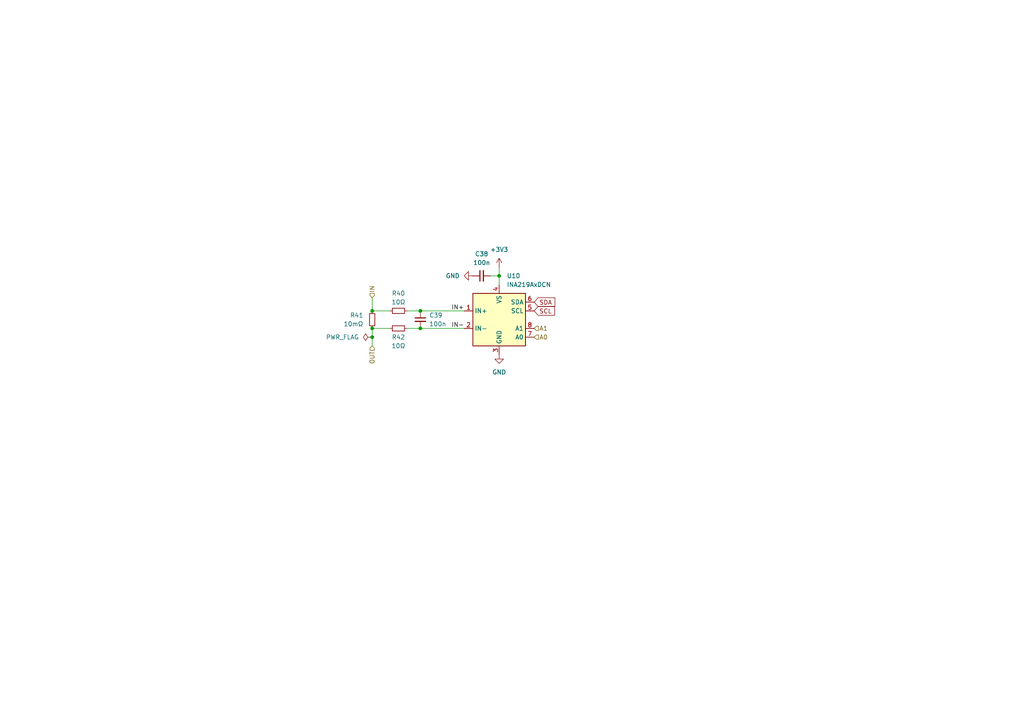
<source format=kicad_sch>
(kicad_sch (version 20231120) (generator "eeschema") (generator_version "8.0")
  (paper "A4")
  (lib_symbols
    (symbol "Device:C_Small" (pin_numbers hide) (pin_names (offset 0.254) hide)
      (property "Reference" "C" (at 0.254 1.778 0))
      (property "Value" "C_Small" (at 0.254 -2.032 0))
      (symbol "C_Small_0_1"
        (polyline (pts (xy -1.524 -0.508) (xy 1.524 -0.508)) (stroke (width 0.3302)))
        (polyline (pts (xy -1.524 0.508) (xy 1.524 0.508)) (stroke (width 0.3048)))
      )
      (symbol "C_Small_1_1"
        (pin passive line (at 0 2.54 270) (length 2.032) (name "~") (number "1"))
        (pin passive line (at 0 -2.54 90) (length 2.032) (name "~") (number "2"))
      )
    )
    (symbol "Device:R_Small" (pin_numbers hide) (pin_names (offset 0.254) hide)
      (property "Reference" "R" (at 0.762 0.508 0))
      (property "Value" "R_Small" (at 0.762 -1.016 0))
      (symbol "R_Small_0_1"
        (rectangle (start -0.762 1.778) (end 0.762 -1.778) (stroke (width 0.2032)))
      )
      (symbol "R_Small_1_1"
        (pin passive line (at 0 2.54 270) (length 0.762) (name "~") (number "1"))
        (pin passive line (at 0 -2.54 90) (length 0.762) (name "~") (number "2"))
      )
    )
    (symbol "Sensor_Energy:INA219AxDCN"
      (property "Reference" "U" (at -6.35 8.89 0))
      (property "Value" "INA219AxDCN" (at 6.35 8.89 0))
      (symbol "INA219AxDCN_0_1"
        (rectangle (start -7.62 7.62) (end 7.62 -7.62) (stroke (width 0.254)) (fill (type background)))
      )
      (symbol "INA219AxDCN_1_1"
        (pin input line (at -10.16 2.54 0) (length 2.54) (name "IN+") (number "1"))
        (pin input line (at -10.16 -2.54 0) (length 2.54) (name "IN-") (number "2"))
        (pin power_in line (at 0 -10.16 90) (length 2.54) (name "GND") (number "3"))
        (pin power_in line (at 0 10.16 270) (length 2.54) (name "VS") (number "4"))
        (pin input line (at 10.16 2.54 180) (length 2.54) (name "SCL") (number "5"))
        (pin bidirectional line (at 10.16 5.08 180) (length 2.54) (name "SDA") (number "6"))
        (pin input line (at 10.16 -5.08 180) (length 2.54) (name "A0") (number "7"))
        (pin input line (at 10.16 -2.54 180) (length 2.54) (name "A1") (number "8"))
      )
    )
    (symbol "power:+3V3" (power) (pin_numbers hide) (pin_names (offset 0) hide)
      (property "Value" "+3V3" (at 0 3.556 0))
      (symbol "+3V3_0_1"
        (polyline (pts (xy -0.762 1.27) (xy 0 2.54)))
        (polyline (pts (xy 0 0) (xy 0 2.54)))
        (polyline (pts (xy 0 2.54) (xy 0.762 1.27)))
      )
      (symbol "+3V3_1_1"
        (pin power_in line (at 0 0 90) (length 0) (name "~") (number "1"))
      )
    )
    (symbol "power:GND" (power) (pin_numbers hide) (pin_names (offset 0) hide)
      (property "Value" "GND" (at 0 -3.81 0))
      (symbol "GND_0_1"
        (polyline (pts (xy 0 0) (xy 0 -1.27) (xy 1.27 -1.27) (xy 0 -2.54) (xy -1.27 -1.27) (xy 0 -1.27)))
      )
      (symbol "GND_1_1"
        (pin power_in line (at 0 0 270) (length 0) (name "~") (number "1"))
      )
    )
    (symbol "power:PWR_FLAG" (power) (pin_numbers hide) (pin_names (offset 0) hide)
      (property "Value" "PWR_FLAG" (at 0 3.81 0))
      (symbol "PWR_FLAG_0_0"
        (pin power_out line (at 0 0 90) (length 0) (name "~") (number "1"))
      )
      (symbol "PWR_FLAG_0_1"
        (polyline (pts (xy 0 0) (xy 0 1.27) (xy -1.016 1.905) (xy 0 2.54) (xy 1.016 1.905) (xy 0 1.27)))
      )
    )
  )
  (junction (at 121.92 90.17))
  (junction (at 121.92 95.25))
  (junction (at 107.95 90.17))
  (junction (at 107.95 95.25))
  (junction (at 107.95 97.79))
  (junction (at 144.78 80.01))
  (wire (pts (xy 107.95 95.25) (xy 113.03 95.25)))
  (wire (pts (xy 121.92 90.17) (xy 134.62 90.17)))
  (wire (pts (xy 107.95 95.25) (xy 107.95 97.79)))
  (wire (pts (xy 144.78 82.55) (xy 144.78 80.01)))
  (wire (pts (xy 118.11 95.25) (xy 121.92 95.25)))
  (wire (pts (xy 144.78 80.01) (xy 142.24 80.01)))
  (wire (pts (xy 144.78 77.47) (xy 144.78 80.01)))
  (wire (pts (xy 107.95 90.17) (xy 113.03 90.17)))
  (wire (pts (xy 118.11 90.17) (xy 121.92 90.17)))
  (wire (pts (xy 121.92 95.25) (xy 134.62 95.25)))
  (wire (pts (xy 107.95 97.79) (xy 107.95 100.33)))
  (wire (pts (xy 107.95 86.36) (xy 107.95 90.17)))
  (label "IN+" (at 134.62 90.17 180))
  (label "IN-" (at 134.62 95.25 180))
  (global_label "SCL" (shape input) (at 154.94 90.17 0) (property "Intersheetrefs" "${INTERSHEET_REFS}" (effects (hide yes))))
  (global_label "SDA" (shape input) (at 154.94 87.63 0) (property "Intersheetrefs" "${INTERSHEET_REFS}" (effects (hide yes))))
  (hierarchical_label "A1" (shape input) (at 154.94 95.25 0))
  (hierarchical_label "IN" (shape input) (at 107.95 86.36 90))
  (hierarchical_label "A0" (shape input) (at 154.94 97.79 0))
  (hierarchical_label "OUT" (shape input) (at 107.95 100.33 270))
  (symbol (lib_id "power:GND") (at 144.78 102.87 0) (unit 1)
    (property "Reference" "#PWR044" (effects (hide yes)))
    (property "Value" "GND" (at 144.78 107.95 0))
    (property "Description" "Power symbol creates a global label with name \"GND\" , ground" (effects (hide yes)))
    (instances (project "BratwurstPower" (path "" (reference "#PWR044") (unit 1)) (path "" (reference "#PWR035") (unit 1)) (path "" (reference "#PWR029") (unit 1)) (path "" (reference "#PWR038") (unit 1)) (path "" (reference "#PWR032") (unit 1))))
  )
  (symbol (lib_id "power:PWR_FLAG") (at 107.95 97.79 90) (unit 1)
    (property "Reference" "#FLG0104" (effects (hide yes)))
    (property "Value" "PWR_FLAG" (at 104.14 97.7899 90) (effects (justify left)))
    (property "Description" "Special symbol for telling ERC where power comes from" (effects (hide yes)))
    (instances (project "BratwurstPower" (path "" (reference "#FLG0104") (unit 1)) (path "" (reference "#FLG0102") (unit 1)) (path "" (reference "#FLG08") (unit 1)) (path "" (reference "#FLG0103") (unit 1)) (path "" (reference "#FLG0101") (unit 1))))
  )
  (symbol (lib_id "power:+3V3") (at 144.78 77.47 0) (unit 1)
    (property "Reference" "#PWR042" (effects (hide yes)))
    (property "Value" "+3V3" (at 144.78 72.39 0))
    (property "Description" "Power symbol creates a global label with name \"+3V3\"" (effects (hide yes)))
    (instances (project "BratwurstPower" (path "" (reference "#PWR042") (unit 1)) (path "" (reference "#PWR033") (unit 1)) (path "" (reference "#PWR027") (unit 1)) (path "" (reference "#PWR036") (unit 1)) (path "" (reference "#PWR030") (unit 1))))
  )
  (symbol (lib_id "Device:R_Small") (at 115.57 90.17 90) (unit 1)
    (property "Reference" "R40" (at 115.57 85.09 90))
    (property "Value" "10Ω" (at 115.57 87.63 90))
    (property "Footprint" "Resistor_SMD:R_0402_1005Metric" (effects (hide yes)))
    (property "Description" "Resistor, small symbol" (effects (hide yes)))
    (property "LCSC" "C25077" (effects (hide yes)))
    (instances (project "BratwurstPower" (path "" (reference "R40") (unit 1)) (path "" (reference "R33") (unit 1)) (path "" (reference "R27") (unit 1)) (path "" (reference "R36") (unit 1)) (path "" (reference "R30") (unit 1))))
  )
  (symbol (lib_id "power:GND") (at 137.16 80.01 270) (unit 1)
    (property "Reference" "#PWR043" (effects (hide yes)))
    (property "Value" "GND" (at 133.35 80.0099 90) (effects (justify right)))
    (property "Description" "Power symbol creates a global label with name \"GND\" , ground" (effects (hide yes)))
    (instances (project "BratwurstPower" (path "" (reference "#PWR043") (unit 1)) (path "" (reference "#PWR034") (unit 1)) (path "" (reference "#PWR028") (unit 1)) (path "" (reference "#PWR037") (unit 1)) (path "" (reference "#PWR031") (unit 1))))
  )
  (symbol (lib_id "Sensor_Energy:INA219AxDCN") (at 144.78 92.71 0) (unit 1)
    (property "Reference" "U10" (at 146.9741 80.01 0) (effects (justify left)))
    (property "Value" "INA219AxDCN" (at 146.9741 82.55 0) (effects (justify left)))
    (property "Footprint" "Package_TO_SOT_SMD:SOT-23-8" (effects (hide yes)))
    (property "Datasheet" "http://www.ti.com/lit/ds/symlink/ina219.pdf" (effects (hide yes)))
    (property "Description" "Zero-Drift, Bidirectional Current/Power Monitor (0-26V) With I2C Interface, SOT-23-8" (effects (hide yes)))
    (property "LCSC" "C87469" (effects (hide yes)))
    (instances (project "BratwurstPower" (path "" (reference "U10") (unit 1)) (path "" (reference "U8") (unit 1)) (path "" (reference "U6") (unit 1)) (path "" (reference "U9") (unit 1)) (path "" (reference "U7") (unit 1))))
  )
  (symbol (lib_id "Device:C_Small") (at 121.92 92.71 0) (unit 1)
    (property "Reference" "C39" (at 124.46 91.4462 0) (effects (justify left)))
    (property "Value" "100n" (at 124.46 93.98 0) (effects (justify left)))
    (property "Footprint" "Capacitor_SMD:C_0402_1005Metric" (effects (hide yes)))
    (property "Description" "Unpolarized capacitor, small symbol" (effects (hide yes)))
    (property "LCSC" "C307331" (effects (hide yes)))
    (instances (project "BratwurstPower" (path "" (reference "C39") (unit 1)) (path "" (reference "C35") (unit 1)) (path "" (reference "C31") (unit 1)) (path "" (reference "C37") (unit 1)) (path "" (reference "C33") (unit 1))))
  )
  (symbol (lib_id "Device:C_Small") (at 139.7 80.01 90) (unit 1)
    (property "Reference" "C38" (at 139.7063 73.66 90))
    (property "Value" "100n" (at 139.7063 76.2 90))
    (property "Footprint" "Capacitor_SMD:C_0402_1005Metric" (effects (hide yes)))
    (property "Description" "Unpolarized capacitor, small symbol" (effects (hide yes)))
    (property "LCSC" "C307331" (effects (hide yes)))
    (instances (project "BratwurstPower" (path "" (reference "C38") (unit 1)) (path "" (reference "C34") (unit 1)) (path "" (reference "C30") (unit 1)) (path "" (reference "C36") (unit 1)) (path "" (reference "C32") (unit 1))))
  )
  (symbol (lib_id "Device:R_Small") (at 107.95 92.71 0) (unit 1)
    (property "Reference" "R41" (at 105.41 91.4399 0) (effects (justify right)))
    (property "Value" "10mΩ" (at 105.41 93.9799 0) (effects (justify right)))
    (property "Footprint" "Resistor_SMD:R_1206_3216Metric" (effects (hide yes)))
    (property "Description" "Resistor, small symbol" (effects (hide yes)))
    (property "LCSC" "C2961483" (effects (hide yes)))
    (instances (project "BratwurstPower" (path "" (reference "R41") (unit 1)) (path "" (reference "R34") (unit 1)) (path "" (reference "R28") (unit 1)) (path "" (reference "R37") (unit 1)) (path "" (reference "R31") (unit 1))))
  )
  (symbol (lib_id "Device:R_Small") (at 115.57 95.25 90) (unit 1)
    (property "Reference" "R42" (at 115.57 97.79 90))
    (property "Value" "10Ω" (at 115.57 100.33 90))
    (property "Footprint" "Resistor_SMD:R_0402_1005Metric" (effects (hide yes)))
    (property "Description" "Resistor, small symbol" (effects (hide yes)))
    (property "LCSC" "C25077" (effects (hide yes)))
    (instances (project "BratwurstPower" (path "" (reference "R42") (unit 1)) (path "" (reference "R35") (unit 1)) (path "" (reference "R29") (unit 1)) (path "" (reference "R38") (unit 1)) (path "" (reference "R32") (unit 1))))
  )
)
</source>
